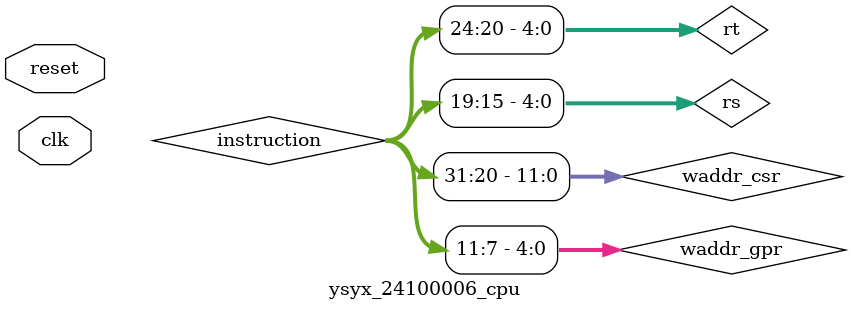
<source format=v>
module ysyx_24100006_cpu(
	input clk,
	input reset
);
	wire [31:0]pc;
	wire [31:0]npc;
	ysyx_24100006_pc PC(
		.clk(clk),
		.reset(reset),
		.npc(npc),
		.pc(pc)
	);

	wire [31:0] instruction;
	ysyx_24100006_im IM(
		.pc(pc),
		.instruction(instruction)
	);

	/* verilator lint_off UNUSEDSIGNAL */
	wire Gpr_Write,Csr_Write;
	wire AluSrcA,AluSrcB;
	wire Mem_Read,Mem_Write;
	wire [3:0] aluop;
	wire [2:0] Gpr_Write_RD;
	wire [1:0] Csr_Write_RD;
	wire [3:0] Jump;
	wire [2:0] Imm_Type;	
	wire [7:0] Mem_WMask;
	wire [2:0] Mem_RMask;
	wire irq;
	wire [7:0] irq_no;
	/* verilator lint_off UNUSEDSIGNAL */

	ysyx_24100006_controller_remake controller(
		.opcode(instruction[6:0]),
		.funct3(instruction[14:12]),
		.funct7(instruction[31:25]),
		.funct12(instruction[31:20]),
		.irq(irq),
		.irq_no(irq_no),
		.aluop(aluop),
		.Gpr_Write(Gpr_Write),
		.Gpr_Write_RD(Gpr_Write_RD),
		.Csr_Write(Csr_Write),
		.Csr_Write_RD(Csr_Write_RD),
		.Jump(Jump),
		.Imm_Type(Imm_Type),
		.AluSrcA(AluSrcA),
		.AluSrcB(AluSrcB),
		.Mem_Read(Mem_Read),
		.Mem_RMask(Mem_RMask),
		.Mem_Write(Mem_Write),
		.Mem_WMask(Mem_WMask)
	);

	wire [4:0] 	rs;
	wire [4:0] 	rt;
	/* verilator lint_off UNDRIVEN */
	/* verilator lint_off UNUSEDSIGNAL */
	// 下面是GPR使用的信号
	wire [4:0] 	rd;
	wire [4:0] 	waddr_gpr;
	wire [31:0] wdata_gpr;
	wire [31:0] rs1_data;
	wire [31:0] rs2_data;
	wire [31:0] alu_result;
	wire [31:0] sext_imm;
	wire [31:0] Mem_rdata,Mem_rdata_extend;

	// new
	wire [31:0] mem_addr;
	wire [7:0] RealMemWmask;
	wire [31:0] place;
	wire [31:0] rdraw;
	
	wire of,zf,cf;
	/* verilator lint_off UNDRIVEN */
	/* verilator lint_off UNUSEDSIGNAL */
	
	assign waddr_gpr 	= instruction[11:7];
	assign rs 			= instruction[19:15];
	assign rt 			= instruction[24:20];

	// 选择写入通用寄存器的内容
	ysyx_24100006_MuxKey#(5,3,32) gpr_write_data_mux(wdata_gpr,Gpr_Write_RD,{
		3'b000, sext_imm,
		3'b001, alu_result,
		3'b010, (pc+4),
		3'b011, Mem_rdata_extend,
		3'b100, rdata_csr
	});

	// 通用寄存器堆
	ysyx_24100006_GPR GPR(
		.clk(clk),
		.wdata(wdata_gpr),
		.waddr(waddr_gpr),
		.wen(Gpr_Write),
		.rs1(rs),
		.rs2(rt),
		.rs1_data(rs1_data),
		.rs2_data(rs2_data)
	);


	// CSR使用的信号
	wire [11:0] waddr_csr;
	wire [31:0] wdata_csr;
	wire [31:0] rdata_csr;
	wire [31:0] mtvec;
	wire [31:0] mepc;

	assign waddr_csr 	= instruction[31:20];
	// 选择写入系统寄存器的内容
	ysyx_24100006_MuxKey#(3,2,32) csr_write_data_mux(wdata_csr,Csr_Write_RD,{
		2'b00,pc,
		2'b01,rs1_data,
		2'b10,(rdata_csr | rs1_data)
	});

	// 系统寄存器
	// TODO:需要写CSR寄存器的指令有mret、csrrs、csrrw三条，所以这里的wdata和waddr需要使用MUX进行选值
	ysyx_24100006_CSR CSR(
		.clk(clk),
		.irq(irq),
		.irq_no(irq_no),
		.wdata(wdata_csr),
		.waddr(waddr_csr),
		.wen(Csr_Write),
		.raddr(instruction[31:20]),
		.rdata(rdata_csr),
		.mtvec(mtvec),
		.mepc(mepc)
	);
	
	// 立即数符号扩展
	ysyx_24100006_imm_sext imm_sext(
		.inst(instruction),
		.Imm_Type(Imm_Type),
		.sext_imm(sext_imm)
	);
	
	wire [31:0] alu_a_data,alu_b_data;

	// 选择进入加法器的内容
	ysyx_24100006_MuxKey#(2,1,32) alu_a_data_mux(alu_a_data,AluSrcA,{
		1'b0,rs1_data,
		1'b1,pc
	});
	ysyx_24100006_MuxKey#(2,1,32) alu_b_data_mux(alu_b_data,AluSrcB,{
		1'b0,rs2_data,
		1'b1,sext_imm
	});

	// 运算器
	ysyx_24100006_alu alu(
		.rs_data(alu_a_data),
		.aluop(aluop),
		.rt_data(alu_b_data),
		.result(alu_result),
		.of(of),
		.cf(cf),
		.zf(zf)
	);
	
	assign mem_addr = alu_result & (~32'h3);	// 对齐到4字节边界
	assign place = alu_result - mem_addr;		// 计算实际地址与字节之间的偏移
	assign RealMemWmask = Mem_WMask << place;	// 
	
	// 内存操作
	ysyx_24100006_mem mem(
		.clk(clk),
		.Mem_Write(Mem_Write),
		.Mem_WMask(RealMemWmask),
		.waddr(mem_addr),
		.wdata(rs2_data),
		.Mem_Read(Mem_Read),
		.raddr(mem_addr),
		.rdata(rdraw)
	);

	/**
		写入内存的内容，半字或者一个字
	*/
	// rdplace 的计算涉及将读取到的数据 rdraw 按照 place 的值进行右移操作。由于 place 表示的是字节偏移量，而每个字节有8位，所以 place << 3 实际上是将字节偏移量转换为位偏移量（即乘以 8）。这样可以确保数据对齐到正确的位位置。
	assign Mem_rdata = rdraw >> (place << 3);	// 将读取到的数据 rdraw 右移 (place << 3) 位。因为 place 表示字节偏移，乘以 8（即左移3位）得到位偏移量。右移操作可以将数据对齐到正确的位置

	ysyx_24100006_MuxKey#(5,3,32) mem_rdata_extend(Mem_rdata_extend,Mem_RMask,{
		3'b000,{{24{Mem_rdata[7]}},Mem_rdata[7:0]},
		3'b001,{24'b0,Mem_rdata[7:0]},
		3'b010,{{16{Mem_rdata[15]}},Mem_rdata[15:0]},
		3'b011,{16'b0,Mem_rdata[15:0]},
		3'b100,Mem_rdata[31:0]
	});

	// 计算npc
	ysyx_24100006_npc NPC(
		.pc(pc),
		.mtvec(mtvec),
		.mepc(mepc),
		.Skip_mode(Jump),
		.sext_imm(sext_imm),
		.rs_data(rs1_data),
		.cmp_result(alu_result[0]),
		.zf(zf),
		.npc(npc)
	);

endmodule

</source>
